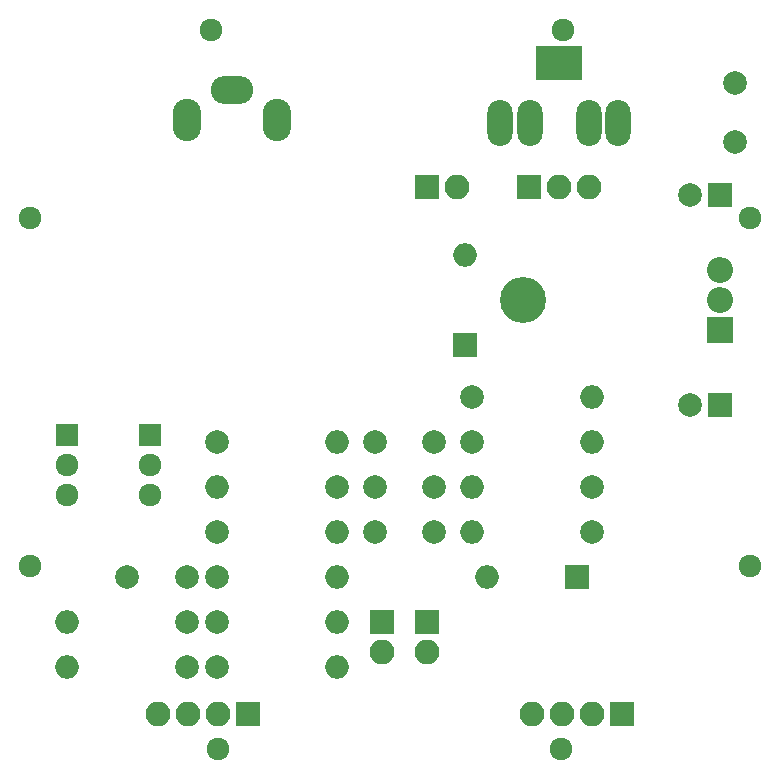
<source format=gbs>
G04 #@! TF.FileFunction,Soldermask,Bot*
%FSLAX46Y46*%
G04 Gerber Fmt 4.6, Leading zero omitted, Abs format (unit mm)*
G04 Created by KiCad (PCBNEW 4.0.7) date 10/18/19 22:45:26*
%MOMM*%
%LPD*%
G01*
G04 APERTURE LIST*
%ADD10C,0.100000*%
%ADD11R,3.900000X2.900000*%
%ADD12O,2.150000X3.900000*%
%ADD13O,2.398980X3.597860*%
%ADD14O,3.597860X2.398980*%
%ADD15C,2.000000*%
%ADD16R,2.000000X2.000000*%
%ADD17O,2.000000X2.000000*%
%ADD18R,2.100000X2.100000*%
%ADD19O,2.100000X2.100000*%
%ADD20C,1.924000*%
%ADD21C,1.920000*%
%ADD22R,1.920000X1.920000*%
%ADD23O,3.900000X3.900000*%
%ADD24R,2.200000X2.200000*%
%ADD25O,2.200000X2.200000*%
G04 APERTURE END LIST*
D10*
D11*
X164830000Y-66349000D03*
D12*
X169830000Y-71355000D03*
X159830000Y-71355000D03*
X167330000Y-71355000D03*
X162330000Y-71355000D03*
D13*
X133350000Y-71120000D03*
D14*
X137160000Y-68580000D03*
D13*
X140970000Y-71120000D03*
D15*
X149225000Y-102235000D03*
X154225000Y-102235000D03*
X149225000Y-98425000D03*
X154225000Y-98425000D03*
X149225000Y-106045000D03*
X154225000Y-106045000D03*
X128270000Y-109855000D03*
X133270000Y-109855000D03*
D16*
X166370000Y-109855000D03*
D17*
X158750000Y-109855000D03*
D18*
X138515000Y-121400000D03*
D19*
X135975000Y-121400000D03*
X133435000Y-121400000D03*
X130895000Y-121400000D03*
D18*
X170115000Y-121400000D03*
D19*
X167575000Y-121400000D03*
X165035000Y-121400000D03*
X162495000Y-121400000D03*
D18*
X162290000Y-76835000D03*
D19*
X164830000Y-76835000D03*
X167370000Y-76835000D03*
D15*
X167640000Y-102235000D03*
D17*
X157480000Y-102235000D03*
D15*
X146050000Y-102235000D03*
D17*
X135890000Y-102235000D03*
D15*
X167640000Y-106045000D03*
D17*
X157480000Y-106045000D03*
D15*
X157480000Y-94615000D03*
D17*
X167640000Y-94615000D03*
D15*
X157480000Y-98425000D03*
D17*
X167640000Y-98425000D03*
D15*
X133350000Y-117475000D03*
D17*
X123190000Y-117475000D03*
D15*
X133350000Y-113665000D03*
D17*
X123190000Y-113665000D03*
D15*
X135890000Y-98425000D03*
D17*
X146050000Y-98425000D03*
D15*
X135890000Y-117475000D03*
D17*
X146050000Y-117475000D03*
D15*
X135890000Y-106045000D03*
D17*
X146050000Y-106045000D03*
D15*
X135890000Y-109855000D03*
D17*
X146050000Y-109855000D03*
D15*
X135890000Y-113665000D03*
D17*
X146050000Y-113665000D03*
D20*
X135915000Y-124400000D03*
X181015000Y-108892000D03*
X165115000Y-63500000D03*
X181015000Y-79400000D03*
X165015000Y-124400000D03*
X120015000Y-108892000D03*
X135315000Y-63500000D03*
D21*
X123190000Y-100330000D03*
X123190000Y-102870000D03*
D22*
X123190000Y-97790000D03*
D21*
X130175000Y-100330000D03*
X130175000Y-102870000D03*
D22*
X130175000Y-97790000D03*
D16*
X178435000Y-77470000D03*
D15*
X175935000Y-77470000D03*
X179705000Y-73025000D03*
X179705000Y-68025000D03*
D18*
X153670000Y-113665000D03*
D19*
X153670000Y-116205000D03*
D18*
X149860000Y-113665000D03*
D19*
X149860000Y-116205000D03*
D23*
X161775000Y-86360000D03*
D24*
X178435000Y-88900000D03*
D25*
X178435000Y-86360000D03*
X178435000Y-83820000D03*
D16*
X156845000Y-90170000D03*
D17*
X156845000Y-82550000D03*
D20*
X120015000Y-79400000D03*
D16*
X178435000Y-95250000D03*
D15*
X175935000Y-95250000D03*
D18*
X153670000Y-76835000D03*
D19*
X156210000Y-76835000D03*
M02*

</source>
